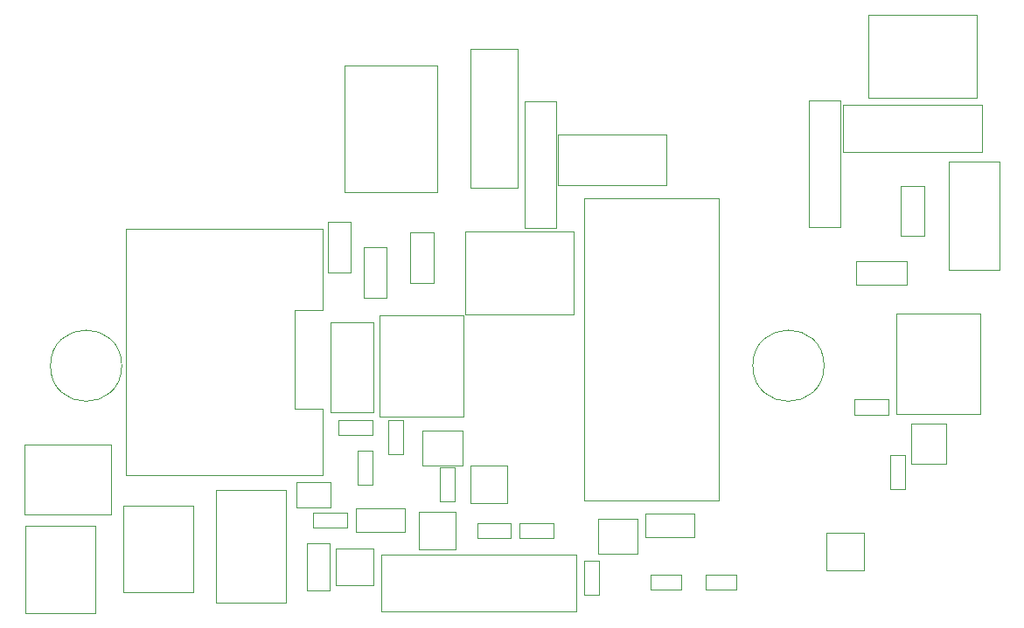
<source format=gbr>
G04 #@! TF.GenerationSoftware,KiCad,Pcbnew,8.0.4*
G04 #@! TF.CreationDate,2025-01-01T16:22:17-06:00*
G04 #@! TF.ProjectId,HVBoard,4856426f-6172-4642-9e6b-696361645f70,rev?*
G04 #@! TF.SameCoordinates,Original*
G04 #@! TF.FileFunction,Other,User*
%FSLAX46Y46*%
G04 Gerber Fmt 4.6, Leading zero omitted, Abs format (unit mm)*
G04 Created by KiCad (PCBNEW 8.0.4) date 2025-01-01 16:22:17*
%MOMM*%
%LPD*%
G01*
G04 APERTURE LIST*
%ADD10C,0.050000*%
G04 APERTURE END LIST*
D10*
G04 #@! TO.C,H6*
X94450000Y-47000000D02*
G75*
G02*
X87550000Y-47000000I-3450000J0D01*
G01*
X87550000Y-47000000D02*
G75*
G02*
X94450000Y-47000000I3450000J0D01*
G01*
G04 #@! TO.C,H5*
X26450000Y-47000000D02*
G75*
G02*
X19550000Y-47000000I-3450000J0D01*
G01*
X19550000Y-47000000D02*
G75*
G02*
X26450000Y-47000000I3450000J0D01*
G01*
G04 #@! TO.C,J7*
X59710000Y-34000000D02*
X59710000Y-42000000D01*
X59710000Y-34000000D02*
X70210000Y-34000000D01*
X70210000Y-42000000D02*
X59710000Y-42000000D01*
X70210000Y-42000000D02*
X70210000Y-34000000D01*
G04 #@! TO.C,R17*
X47437500Y-52270000D02*
X50737500Y-52270000D01*
X47437500Y-53730000D02*
X47437500Y-52270000D01*
X50737500Y-52270000D02*
X50737500Y-53730000D01*
X50737500Y-53730000D02*
X47437500Y-53730000D01*
G04 #@! TO.C,R4*
X49270000Y-55262500D02*
X50730000Y-55262500D01*
X49270000Y-58562500D02*
X49270000Y-55262500D01*
X50730000Y-55262500D02*
X50730000Y-58562500D01*
X50730000Y-58562500D02*
X49270000Y-58562500D01*
G04 #@! TO.C,R19*
X68237500Y-62270000D02*
X68237500Y-63730000D01*
X64937500Y-62270000D02*
X68237500Y-62270000D01*
X68237500Y-63730000D02*
X64937500Y-63730000D01*
X64937500Y-63730000D02*
X64937500Y-62270000D01*
G04 #@! TO.C,D1*
X77150000Y-61350000D02*
X81850000Y-61350000D01*
X77150000Y-63650000D02*
X77150000Y-61350000D01*
X81850000Y-63650000D02*
X77150000Y-63650000D01*
X81850000Y-63650000D02*
X81850000Y-61350000D01*
G04 #@! TO.C,F1*
X44975000Y-61270000D02*
X48275000Y-61270000D01*
X44975000Y-62730000D02*
X44975000Y-61270000D01*
X48275000Y-61270000D02*
X48275000Y-62730000D01*
X48275000Y-62730000D02*
X44975000Y-62730000D01*
G04 #@! TO.C,R15*
X100820000Y-55700000D02*
X102280000Y-55700000D01*
X100820000Y-59000000D02*
X100820000Y-55700000D01*
X102280000Y-55700000D02*
X102280000Y-59000000D01*
X102280000Y-59000000D02*
X100820000Y-59000000D01*
G04 #@! TO.C,Q6*
X102850000Y-52642500D02*
X102850000Y-56482500D01*
X102850000Y-56482500D02*
X106250000Y-56482500D01*
X106250000Y-52642500D02*
X102850000Y-52642500D01*
X106250000Y-56482500D02*
X106250000Y-52642500D01*
G04 #@! TO.C,R12*
X97350000Y-50270000D02*
X100650000Y-50270000D01*
X97350000Y-51730000D02*
X97350000Y-50270000D01*
X100650000Y-50270000D02*
X100650000Y-51730000D01*
X100650000Y-51730000D02*
X97350000Y-51730000D01*
G04 #@! TO.C,R7*
X52270000Y-52262500D02*
X53730000Y-52262500D01*
X52270000Y-55562500D02*
X52270000Y-52262500D01*
X53730000Y-52262500D02*
X53730000Y-55562500D01*
X53730000Y-55562500D02*
X52270000Y-55562500D01*
G04 #@! TO.C,Q5*
X106545000Y-27250000D02*
X106545000Y-37750000D01*
X106545000Y-37750000D02*
X111455000Y-37750000D01*
X111455000Y-27250000D02*
X106545000Y-27250000D01*
X111455000Y-37750000D02*
X111455000Y-27250000D01*
G04 #@! TO.C,R6*
X54380000Y-34050000D02*
X56620000Y-34050000D01*
X54380000Y-38950000D02*
X54380000Y-34050000D01*
X56620000Y-34050000D02*
X56620000Y-38950000D01*
X56620000Y-38950000D02*
X54380000Y-38950000D01*
G04 #@! TO.C,U2*
X51370000Y-42100000D02*
X51370000Y-51900000D01*
X51370000Y-51900000D02*
X59520000Y-51900000D01*
X59520000Y-42100000D02*
X51370000Y-42100000D01*
X59520000Y-51900000D02*
X59520000Y-42100000D01*
G04 #@! TO.C,TP3*
X94700000Y-63200000D02*
X94700000Y-66800000D01*
X94700000Y-66800000D02*
X98300000Y-66800000D01*
X98300000Y-63200000D02*
X94700000Y-63200000D01*
X98300000Y-66800000D02*
X98300000Y-63200000D01*
G04 #@! TO.C,R1*
X71207500Y-65937500D02*
X72667500Y-65937500D01*
X71207500Y-69237500D02*
X71207500Y-65937500D01*
X72667500Y-65937500D02*
X72667500Y-69237500D01*
X72667500Y-69237500D02*
X71207500Y-69237500D01*
G04 #@! TO.C,R8*
X65500000Y-21370000D02*
X65500000Y-33630000D01*
X65500000Y-33630000D02*
X68500000Y-33630000D01*
X68500000Y-21370000D02*
X65500000Y-21370000D01*
X68500000Y-33630000D02*
X68500000Y-21370000D01*
G04 #@! TO.C,J5*
X26600000Y-60550000D02*
X26600000Y-68950000D01*
X26600000Y-68950000D02*
X33350000Y-68950000D01*
X33350000Y-60550000D02*
X26600000Y-60550000D01*
X33350000Y-68950000D02*
X33350000Y-60550000D01*
G04 #@! TO.C,Q4*
X59420000Y-56700000D02*
X59420000Y-53300000D01*
X59420000Y-53300000D02*
X55580000Y-53300000D01*
X55580000Y-56700000D02*
X59420000Y-56700000D01*
X55580000Y-53300000D02*
X55580000Y-56700000D01*
G04 #@! TO.C,D3*
X49150000Y-60850000D02*
X53850000Y-60850000D01*
X49150000Y-63150000D02*
X49150000Y-60850000D01*
X53850000Y-63150000D02*
X49150000Y-63150000D01*
X53850000Y-63150000D02*
X53850000Y-60850000D01*
G04 #@! TO.C,U1*
X46680000Y-51550000D02*
X46680000Y-42750000D01*
X46680000Y-51550000D02*
X50780000Y-51550000D01*
X50780000Y-42750000D02*
X46680000Y-42750000D01*
X50780000Y-42750000D02*
X50780000Y-51550000D01*
G04 #@! TO.C,J3*
X48000000Y-17880000D02*
X57000000Y-17880000D01*
X48000000Y-30200000D02*
X48000000Y-17880000D01*
X57000000Y-17880000D02*
X57000000Y-30200000D01*
X57000000Y-30200000D02*
X48000000Y-30200000D01*
G04 #@! TO.C,J9*
X23850000Y-62550000D02*
X17100000Y-62550000D01*
X17100000Y-62550000D02*
X17100000Y-70950000D01*
X23850000Y-70950000D02*
X23850000Y-62550000D01*
X17100000Y-70950000D02*
X23850000Y-70950000D01*
G04 #@! TO.C,R10*
X57270000Y-56850000D02*
X58730000Y-56850000D01*
X57270000Y-60150000D02*
X57270000Y-56850000D01*
X58730000Y-56850000D02*
X58730000Y-60150000D01*
X58730000Y-60150000D02*
X57270000Y-60150000D01*
G04 #@! TO.C,J8*
X98710000Y-13000000D02*
X98710000Y-21000000D01*
X98710000Y-13000000D02*
X109210000Y-13000000D01*
X109210000Y-21000000D02*
X98710000Y-21000000D01*
X109210000Y-21000000D02*
X109210000Y-13000000D01*
G04 #@! TO.C,R5*
X46380000Y-33050000D02*
X48620000Y-33050000D01*
X46380000Y-37950000D02*
X46380000Y-33050000D01*
X48620000Y-33050000D02*
X48620000Y-37950000D01*
X48620000Y-37950000D02*
X46380000Y-37950000D01*
G04 #@! TO.C,JP1*
X43350000Y-58250000D02*
X43350000Y-60750000D01*
X43350000Y-58250000D02*
X46650000Y-58250000D01*
X46650000Y-60750000D02*
X43350000Y-60750000D01*
X46650000Y-60750000D02*
X46650000Y-58250000D01*
G04 #@! TO.C,Q1*
X72580000Y-61800000D02*
X72580000Y-65200000D01*
X72580000Y-65200000D02*
X76420000Y-65200000D01*
X76420000Y-61800000D02*
X72580000Y-61800000D01*
X76420000Y-65200000D02*
X76420000Y-61800000D01*
G04 #@! TO.C,J4*
X17050000Y-61400000D02*
X25450000Y-61400000D01*
X25450000Y-61400000D02*
X25450000Y-54650000D01*
X17050000Y-54650000D02*
X17050000Y-61400000D01*
X25450000Y-54650000D02*
X17050000Y-54650000D01*
G04 #@! TO.C,R2*
X77695000Y-67270000D02*
X80655000Y-67270000D01*
X77695000Y-68730000D02*
X77695000Y-67270000D01*
X80655000Y-67270000D02*
X80655000Y-68730000D01*
X80655000Y-68730000D02*
X77695000Y-68730000D01*
G04 #@! TO.C,R11*
X97550000Y-36880000D02*
X102450000Y-36880000D01*
X97550000Y-39120000D02*
X97550000Y-36880000D01*
X102450000Y-36880000D02*
X102450000Y-39120000D01*
X102450000Y-39120000D02*
X97550000Y-39120000D01*
G04 #@! TO.C,U3*
X101410000Y-41920000D02*
X101410000Y-51720000D01*
X101410000Y-51720000D02*
X109560000Y-51720000D01*
X109560000Y-41920000D02*
X101410000Y-41920000D01*
X109560000Y-51720000D02*
X109560000Y-41920000D01*
G04 #@! TO.C,R3*
X49880000Y-35550000D02*
X52120000Y-35550000D01*
X49880000Y-40450000D02*
X49880000Y-35550000D01*
X52120000Y-35550000D02*
X52120000Y-40450000D01*
X52120000Y-40450000D02*
X49880000Y-40450000D01*
G04 #@! TO.C,J6*
X35600000Y-59050000D02*
X35600000Y-69950000D01*
X35600000Y-69950000D02*
X42350000Y-69950000D01*
X42350000Y-59050000D02*
X35600000Y-59050000D01*
X42350000Y-69950000D02*
X42350000Y-59050000D01*
G04 #@! TO.C,R13*
X93000000Y-21290000D02*
X93000000Y-33550000D01*
X93000000Y-33550000D02*
X96000000Y-33550000D01*
X96000000Y-21290000D02*
X93000000Y-21290000D01*
X96000000Y-33550000D02*
X96000000Y-21290000D01*
G04 #@! TO.C,TP6*
X47200000Y-64700000D02*
X47200000Y-68300000D01*
X47200000Y-68300000D02*
X50800000Y-68300000D01*
X50800000Y-64700000D02*
X47200000Y-64700000D01*
X50800000Y-68300000D02*
X50800000Y-64700000D01*
G04 #@! TO.C,D2*
X44400000Y-68750000D02*
X44400000Y-64250000D01*
X46600000Y-64250000D02*
X44400000Y-64250000D01*
X46600000Y-64250000D02*
X46600000Y-68750000D01*
X46600000Y-68750000D02*
X44400000Y-68750000D01*
G04 #@! TO.C,K1*
X71250000Y-30750000D02*
X71250000Y-60050000D01*
X71250000Y-60050000D02*
X84250000Y-60050000D01*
X84250000Y-30750000D02*
X71250000Y-30750000D01*
X84250000Y-60050000D02*
X84250000Y-30750000D01*
G04 #@! TO.C,Q3*
X68710000Y-24600000D02*
X68710000Y-29510000D01*
X68710000Y-29510000D02*
X79210000Y-29510000D01*
X79210000Y-24600000D02*
X68710000Y-24600000D01*
X79210000Y-29510000D02*
X79210000Y-24600000D01*
G04 #@! TO.C,C3*
X60250000Y-16250000D02*
X60250000Y-29750000D01*
X60250000Y-29750000D02*
X64750000Y-29750000D01*
X64750000Y-16250000D02*
X60250000Y-16250000D01*
X64750000Y-29750000D02*
X64750000Y-16250000D01*
G04 #@! TO.C,TP2*
X60200000Y-56700000D02*
X60200000Y-60300000D01*
X60200000Y-60300000D02*
X63800000Y-60300000D01*
X63800000Y-56700000D02*
X60200000Y-56700000D01*
X63800000Y-60300000D02*
X63800000Y-56700000D01*
G04 #@! TO.C,J2*
X51550000Y-65300000D02*
X51550000Y-70800000D01*
X51550000Y-70800000D02*
X70450000Y-70800000D01*
X70450000Y-65300000D02*
X51550000Y-65300000D01*
X70450000Y-70800000D02*
X70450000Y-65300000D01*
G04 #@! TO.C,D4*
X85980000Y-68730000D02*
X83020000Y-68730000D01*
X85980000Y-67270000D02*
X85980000Y-68730000D01*
X83020000Y-68730000D02*
X83020000Y-67270000D01*
X83020000Y-67270000D02*
X85980000Y-67270000D01*
G04 #@! TO.C,R18*
X60850000Y-62270000D02*
X64150000Y-62270000D01*
X60850000Y-63730000D02*
X60850000Y-62270000D01*
X64150000Y-62270000D02*
X64150000Y-63730000D01*
X64150000Y-63730000D02*
X60850000Y-63730000D01*
G04 #@! TO.C,TP1*
X55200000Y-61200000D02*
X55200000Y-64800000D01*
X55200000Y-64800000D02*
X58800000Y-64800000D01*
X58800000Y-61200000D02*
X55200000Y-61200000D01*
X58800000Y-64800000D02*
X58800000Y-61200000D01*
G04 #@! TO.C,C1*
X96250000Y-21750000D02*
X96250000Y-26250000D01*
X96250000Y-26250000D02*
X109750000Y-26250000D01*
X109750000Y-21750000D02*
X96250000Y-21750000D01*
X109750000Y-26250000D02*
X109750000Y-21750000D01*
G04 #@! TO.C,R14*
X101880000Y-29550000D02*
X104120000Y-29550000D01*
X104120000Y-29550000D02*
X104120000Y-34450000D01*
X101880000Y-34450000D02*
X101880000Y-29550000D01*
X104120000Y-34450000D02*
X101880000Y-34450000D01*
G04 #@! TO.C,U4*
X26872000Y-33762000D02*
X26872000Y-57638000D01*
X26872000Y-57638000D02*
X45922000Y-57638000D01*
X43178800Y-41585200D02*
X45922000Y-41585200D01*
X43178800Y-51135600D02*
X43178800Y-41585200D01*
X45922000Y-33762000D02*
X26872000Y-33762000D01*
X45922000Y-41585200D02*
X45922000Y-33762000D01*
X45922000Y-51135600D02*
X43178800Y-51135600D01*
X45922000Y-57638000D02*
X45922000Y-51135600D01*
G04 #@! TD*
M02*

</source>
